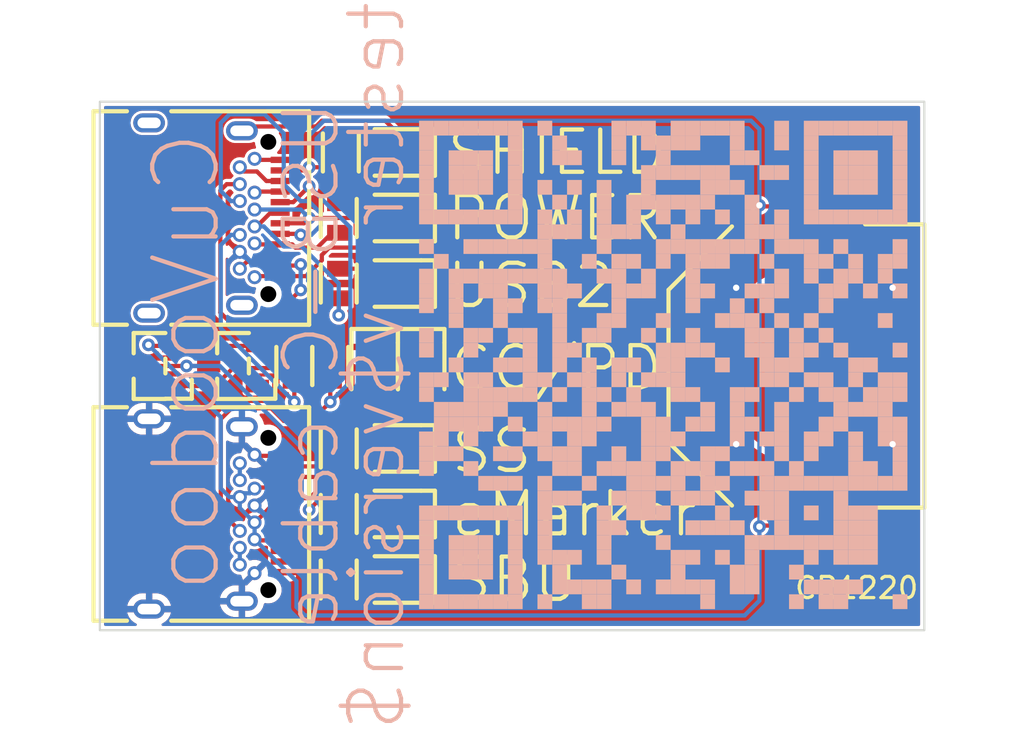
<source format=kicad_pcb>
(kicad_pcb (version 20211014) (generator pcbnew)

  (general
    (thickness 1.09)
  )

  (paper "A4")
  (title_block
    (title "USB-C cable tester")
    (date "$date$")
    (rev "$version$.$revision$")
    (company "CuVoodoo")
    (comment 1 "King Kévin")
    (comment 2 "CERN-OHL-S")
  )

  (layers
    (0 "F.Cu" signal)
    (31 "B.Cu" signal)
    (32 "B.Adhes" user "B.Adhesive")
    (33 "F.Adhes" user "F.Adhesive")
    (34 "B.Paste" user)
    (35 "F.Paste" user)
    (36 "B.SilkS" user "B.Silkscreen")
    (37 "F.SilkS" user "F.Silkscreen")
    (38 "B.Mask" user)
    (39 "F.Mask" user)
    (40 "Dwgs.User" user "User.Drawings")
    (41 "Cmts.User" user "User.Comments")
    (42 "Eco1.User" user "User.Eco1")
    (43 "Eco2.User" user "User.Eco2")
    (44 "Edge.Cuts" user)
    (45 "Margin" user)
    (46 "B.CrtYd" user "B.Courtyard")
    (47 "F.CrtYd" user "F.Courtyard")
    (48 "B.Fab" user)
    (49 "F.Fab" user)
    (50 "User.1" user)
    (51 "User.2" user)
    (52 "User.3" user)
    (53 "User.4" user)
    (54 "User.5" user)
    (55 "User.6" user)
    (56 "User.7" user)
    (57 "User.8" user)
    (58 "User.9" user)
  )

  (setup
    (stackup
      (layer "F.SilkS" (type "Top Silk Screen"))
      (layer "F.Paste" (type "Top Solder Paste"))
      (layer "F.Mask" (type "Top Solder Mask") (thickness 0.01))
      (layer "F.Cu" (type "copper") (thickness 0.035))
      (layer "dielectric 1" (type "core") (thickness 1) (material "FR4") (epsilon_r 4.5) (loss_tangent 0.02))
      (layer "B.Cu" (type "copper") (thickness 0.035))
      (layer "B.Mask" (type "Bottom Solder Mask") (thickness 0.01))
      (layer "B.Paste" (type "Bottom Solder Paste"))
      (layer "B.SilkS" (type "Bottom Silk Screen"))
      (copper_finish "HAL lead-free")
      (dielectric_constraints no)
    )
    (pad_to_mask_clearance 0)
    (aux_axis_origin 65.6 121.6)
    (grid_origin 70.4 127.1)
    (pcbplotparams
      (layerselection 0x00010fc_ffffffff)
      (disableapertmacros false)
      (usegerberextensions false)
      (usegerberattributes true)
      (usegerberadvancedattributes true)
      (creategerberjobfile true)
      (svguseinch false)
      (svgprecision 6)
      (excludeedgelayer true)
      (plotframeref false)
      (viasonmask false)
      (mode 1)
      (useauxorigin false)
      (hpglpennumber 1)
      (hpglpenspeed 20)
      (hpglpendiameter 15.000000)
      (dxfpolygonmode true)
      (dxfimperialunits true)
      (dxfusepcbnewfont true)
      (psnegative false)
      (psa4output false)
      (plotreference true)
      (plotvalue true)
      (plotinvisibletext false)
      (sketchpadsonfab false)
      (subtractmaskfromsilk false)
      (outputformat 1)
      (mirror false)
      (drillshape 0)
      (scaleselection 1)
      (outputdirectory "fabrication/")
    )
  )

  (net 0 "")
  (net 1 "VCC")
  (net 2 "GND")
  (net 3 "Net-(D2-Pad2)")
  (net 4 "/Dn")
  (net 5 "Net-(D4-Pad2)")
  (net 6 "Net-(D5-Pad1)")
  (net 7 "Net-(D6-Pad2)")
  (net 8 "Net-(D7-Pad2)")
  (net 9 "Net-(J1-PadA1)")
  (net 10 "/SS1")
  (net 11 "Net-(J1-PadA4)")
  (net 12 "/CC1")
  (net 13 "/Dp")
  (net 14 "/SBU")
  (net 15 "/VBUS")
  (net 16 "/SS2")
  (net 17 "/SS1-2")
  (net 18 "/CC2")
  (net 19 "unconnected-(J1-PadS2)")
  (net 20 "unconnected-(J1-PadS3)")
  (net 21 "unconnected-(J1-PadS4)")
  (net 22 "Net-(J2-PadA10)")
  (net 23 "Net-(J2-PadB2)")
  (net 24 "Net-(J2-PadB10)")
  (net 25 "/eMark")
  (net 26 "Net-(D1-Pad1)")
  (net 27 "Net-(D1-Pad2)")
  (net 28 "Net-(D3-Pad2)")
  (net 29 "Net-(D5-Pad2)")
  (net 30 "Net-(D8-Pad2)")
  (net 31 "Net-(J2-PadA2)")
  (net 32 "Net-(J2-PadA8)")
  (net 33 "Net-(J1-PadS1)")

  (footprint "mylib:UC1608X55N" (layer "F.Cu") (at 76.9 127.1))

  (footprint "mylib:LEDC2012X80N" (layer "F.Cu") (at 78.6 134.1))

  (footprint "mylib:CONNECTOR_XKB_U262-24XN-4BV60" (layer "F.Cu") (at 70.4 127.1 -90))

  (footprint "mylib:LEDC2012X80N" (layer "F.Cu") (at 80.8 134.1))

  (footprint "mylib:SOT95P237X112-3N" (layer "F.Cu") (at 71.9 134.1 180))

  (footprint "kikit:Tab" (layer "F.Cu") (at 104.85 134.1 180))

  (footprint "mylib:LEDC2012X80N" (layer "F.Cu") (at 79.7 127.1 -90))

  (footprint "mylib:LEDC2012X80N" (layer "F.Cu") (at 79.7 130.2 -90))

  (footprint "mylib:LEDC2012X80N" (layer "F.Cu") (at 79.7 124 -90))

  (footprint "kikit:Tab" (layer "F.Cu") (at 65.35 127.1))

  (footprint "mylib:LEDC2012X80N" (layer "F.Cu") (at 79.7 144.2 -90))

  (footprint "mylib:CONNECTOR_MY-1220-03" (layer "F.Cu") (at 98.5 134.1 -90))

  (footprint "mylib:UC1608X55N" (layer "F.Cu") (at 76.9 130.2 180))

  (footprint "mylib:UC1608X55N" (layer "F.Cu") (at 76.9 141.1))

  (footprint "mylib:SOT95P237X112-3N" (layer "F.Cu") (at 67.95 134.1 180))

  (footprint "mylib:UC1608X55N" (layer "F.Cu") (at 76.5 134.1))

  (footprint "mylib:UC1608X55N" (layer "F.Cu") (at 77 124))

  (footprint "mylib:CONNECTOR_XKB_U262-24XN-4BV60" (layer "F.Cu") (at 70.4 141.1 -90))

  (footprint "mylib:LEDC2012X80N" (layer "F.Cu") (at 79.7 141.1 -90))

  (footprint "mylib:UC1608X55N" (layer "F.Cu") (at 76.9 138))

  (footprint "kikit:Tab" (layer "F.Cu") (at 65.35 141.1))

  (footprint "mylib:UC1608X55N" (layer "F.Cu") (at 76.9 144.2 180))

  (footprint "mylib:LEDC2012X80N" (layer "F.Cu") (at 79.7 138 -90))

  (footprint "mylib:UC1608X55N" (layer "F.Cu") (at 74.8 134.1 180))

  (footprint "mylib:QR" (layer "B.Cu") (at 92.25 134.05 -90))

  (gr_rect (start 65.6 121.6) (end 104.6 146.6) (layer "Edge.Cuts") (width 0.1) (fill none) (tstamp d49bc88e-ee09-43df-b23b-d7aad3f6b773))
  (gr_text "CuVoodoo" (at 69.7 133.9 90) (layer "B.SilkS") (tstamp 5c94dfd4-1fb7-49f5-98ea-4f333790c493)
    (effects (font (size 3 3) (thickness 0.2)) (justify mirror))
  )
  (gr_text "USB-C cable" (at 75.6 134.1 90) (layer "B.SilkS") (tstamp a5d6f3fb-d8a8-475a-b284-836a2dfee2b2)
    (effects (font (size 2.5 2.5) (thickness 0.2)) (justify mirror))
  )
  (gr_text "tester  v$version$" (at 78.7 134.1 90) (layer "B.SilkS") (tstamp ed18d69f-b1e8-4d59-8aec-ac19ba2cfb94)
    (effects (font (size 2.5 2.5) (thickness 0.2)) (justify mirror))
  )
  (gr_text "SS" (at 82.1 138.1) (layer "F.SilkS") (tstamp 1d7590b6-b88a-4708-9c4f-13917a84c9b2)
    (effects (font (size 2 2) (thickness 0.2)) (justify left))
  )
  (gr_text "SBU" (at 82.1 144.2) (layer "F.SilkS") (tstamp 217c58e4-17e5-40f4-bfed-92b5d3ed7c6a)
    (effects (font (size 2 2) (thickness 0.2)) (justify left))
  )
  (gr_text "CR1220" (at 101.4 144.6) (layer "F.SilkS") (tstamp 4274a590-33de-4e4a-8dc2-0814ea614721)
    (effects (font (size 1 1) (thickness 0.153)))
  )
  (gr_text "CC/PD" (at 82 134.2) (layer "F.SilkS") (tstamp 6aef261e-271e-4833-b863-20c8784f5a4a)
    (effects (font (size 2 2) (thickness 0.2)) (justify left))
  )
  (gr_text "eMarker" (at 82.1 141.1) (layer "F.SilkS") (tstamp 9d443c4a-8a02-4ae1-809a-5f12b4afa778)
    (effects (font (size 2 2) (thickness 0.2)) (justify left))
  )
  (gr_text "POWER" (at 81.9 127.1) (layer "F.SilkS") (tstamp c2f1674d-db01-4489-bbca-537cc8f4d463)
    (effects (font (size 2 2) (thickness 0.2)) (justify left))
  )
  (gr_text "SHIELD" (at 81.9 124) (layer "F.SilkS") (tstamp cf4356eb-763e-4364-a9dd-d93c80530f21)
    (effects (font (size 2 2) (thickness 0.2)) (justify left))
  )
  (gr_text "USB2" (at 81.9 130.3) (layer "F.SilkS") (tstamp ffaf3c4f-331d-4d0c-b6ef-93c07678f04f)
    (effects (font (size 2 2) (thickness 0.2)) (justify left))
  )

  (segment (start 69.1 133.15) (end 67.95 133.15) (width 0.2) (layer "F.Cu") (net 1) (tstamp 102ad603-c624-4661-ba09-67f134114803))
  (segment (start 72.939553 141.5) (end 72.92 141.5) (width 0.2) (layer "F.Cu") (net 1) (tstamp 155d1736-8333-4b61-9e89-f2ea02d6d566))
  (segment (start 74.8 133.4) (end 73.3 133.4) (width 0.2) (layer "F.Cu") (net 1) (tstamp 16dcb124-f08d-41f9-8687-dc8df3f19f49))
  (segment (start 76.5 133.4) (end 74.8 133.4) (width 0.2) (layer "F.Cu") (net 1) (tstamp 225790ae-f5aa-4bc0-a996-c85d014814fc))
  (segment (start 74.13 142.35) (end 72.97 142.35) (width 0.2) (layer "F.Cu") (net 1) (tstamp 26b37c2a-b13e-46eb-b968-8937874288de))
  (segment (start 74.13 140.85) (end 73.589553 140.85) (width 0.2) (layer "F.Cu") (net 1) (tstamp 3349c836-97f9-4195-8caa-8fdc612867e0))
  (segment (start 73.3 133.4) (end 73.05 133.15) (width 0.2) (layer "F.Cu") (net 1) (tstamp 39ff9fdd-9611-4e63-9062-8fa4edd34476))
  (segment (start 69.1 133.15) (end 73.05 133.15) (width 0.2) (layer "F.Cu") (net 1) (tstamp 47647324-4dd3-4822-9d3d-741c13ecdf9a))
  (segment (start 72.97 142.35) (end 72.92 142.3) (width 0.2) (layer "F.Cu") (net 1) (tstamp 47af113a-b99f-4553-b2a5-d013b9379ca1))
  (segment (start 75.35 124.85) (end 74.13 124.85) (width 0.2) (layer "F.Cu") (net 1) (tstamp 4f747791-59fd-4851-9353-622af829e32b))
  (segment (start 67.95 133.15) (end 67.9 133.1) (width 0.2) (layer "F.Cu") (net 1) (tstamp 6206010a-058d-4506-a35a-31aa0f49ad81))
  (segment (start 75.5 124.7) (end 75.35 124.85) (width 0.2) (layer "F.Cu") (net 1) (tstamp 7ef8bc9b-6675-4628-b6f2-88605859450d))
  (segment (start 72.97 139.85) (end 72.92 139.9) (width 0.2) (layer "F.Cu") (net 1) (tstamp 8d6cf615-a900-43f9-874a-01ab520b46b6))
  (segment (start 74.13 139.85) (end 72.97 139.85) (width 0.2) (layer "F.Cu") (net 1) (tstamp 9c581310-6098-456d-a415-3bf0e8365ad9))
  (segment (start 73.589553 140.85) (end 72.939553 141.5) (width 0.2) (layer "F.Cu") (net 1) (tstamp b2d3b112-2009-443f-b52b-5090435fe1b7))
  (segment (start 96.8 126.5) (end 96.85 126.55) (width 0.2) (layer "F.Cu") (net 1) (tstamp b4195ade-e5a0-4cc7-9257-960881340a95))
  (segment (start 99.4 141.65) (end 96.85 141.65) (width 0.2) (layer "F.Cu") (net 1) (tstamp c57c9be3-a51c-45fb-a0d8-878e357e27db))
  (segment (start 75.5 124.7) (end 77 124.7) (width 0.2) (layer "F.Cu") (net 1) (tstamp d169acfb-c7f2-4f14-aad8-c2f7d6532c05))
  (segment (start 96.85 126.55) (end 99.4 126.55) (width 0.2) (layer "F.Cu") (net 1) (tstamp e2ce3c77-34ba-47c9-9d82-f3f750b00ad0))
  (segment (start 96.85 141.65) (end 96.8 141.7) (width 0.2) (layer "F.Cu") (net 1) (tstamp ee08dc40-b2fd-4748-9619-f544814d0355))
  (via (at 96.8 141.7) (size 0.6) (drill 0.3) (layers "F.Cu" "B.Cu") (free) (net 1) (tstamp 00147a47-1074-42ea-8fc5-d424c34709f5))
  (via (at 96.8 126.5) (size 0.6) (drill 0.3) (layers "F.Cu" "B.Cu") (free) (net 1) (tstamp 4492ee38-9a24-4045-960b-4df670108022))
  (via (at 75.5 124.7) (size 0.6) (drill 0.3) (layers "F.Cu" "B.Cu") (net 1) (tstamp 49448e85-bd46-4dc9-b675-76cc89450ceb))
  (via (at 67.9 133.1) (size 0.6) (drill 0.3) (layers "F.Cu" "B.Cu") (free) (net 1) (tstamp 7179aa15-e6b0-4262-be41-b5a0b99b6611))
  (segment (start 72.22 140.3) (end 72.22 140.819553) (width 0.2) (layer "B.Cu") (net 1) (tstamp 016b88dd-e882-4d11-8293-a1e1523c1f3a))
  (segment (start 96.1 145.9) (end 96.8 145.2) (width 0.2) (layer "B.Cu") (net 1) (tstamp 19150f08-f901-4e7f-bf41-a256f1313980))
  (segment (start 96.8 145.2) (end 96.8 141.7) (width 0.2) (layer "B.Cu") (net 1) (tstamp 192d565e-91f9-482a-9010-35ef14d6b1ee))
  (segment (start 72.399511 140.120489) (end 72.699511 140.120489) (width 0.2) (layer "B.Cu") (net 1) (tstamp 19b0f5c7-0dbb-4300-bce8-23785541aff2))
  (segment (start 75.3 145.9) (end 96.1 145.9) (width 0.2) (layer "B.Cu") (net 1) (tstamp 2334660e-4c17-4ce6-a232-81928479daea))
  (segment (start 74.9 145.5) (end 75.3 145.9) (width 0.2) (layer "B.Cu") (net 1) (tstamp 298883b3-83bd-4615-9bbf-95c768404c19))
  (segment (start 76.2 122.5) (end 96.4 122.5) (width 0.2) (layer "B.Cu") (net 1) (tstamp 45a4d405-8404-4cbe-a20d-86e77f0f7fc6))
  (segment (start 96.8 122.9) (end 96.8 126.5) (width 0.2) (layer "B.Cu") (net 1) (tstamp 46f2ae81-7c4d-4c64-8b22-4f4e01a6428f))
  (segment (start 72.900447 141.5) (end 72.92 141.5) (width 0.2) (layer "B.Cu") (net 1) (tstamp 4e4609ab-5eb2-4b27-b0e1-1e047bfb300c))
  (segment (start 71.32048 139.891318) (end 71.729162 140.3) (width 0.2) (layer "B.Cu") (net 1) (tstamp 62eab331-91bf-425b-a625-893d2cc61ea8))
  (segment (start 72.92 141.5) (end 72.92 142.3) (width 0.2) (layer "B.Cu") (net 1) (tstamp 6a2e4d60-cab4-44d0-9386-6f79197a1416))
  (segment (start 72.699511 140.120489) (end 72.92 139.9) (width 0.2) (layer "B.Cu") (net 1) (tstamp 73be2430-1fe6-4ba7-8c23-5fad2483a9d1))
  (segment (start 72.22 140.819553) (end 72.900447 141.5) (width 0.2) (layer "B.Cu") (net 1) (tstamp 77e01afd-c5ca-47f1-8eb8-9a90d142f46e))
  (segment (start 75.5 124.7) (end 75.5 123.2) (width 0.2) (layer "B.Cu") (net 1) (tstamp a11c84b4-7509-483f-aaf2-41f20328ee4a))
  (segment (start 72.22 140.3) (end 72.399511 140.120489) (width 0.2) (layer "B.Cu") (net 1) (tstamp a93625ab-2646-48cf-9894-594c32f7a3ad))
  (segment (start 72.92 142.3) (end 74.9 144.28) (width 0.2) (layer "B.Cu") (net 1) (tstamp af8980ef-1b2e-49f8-97e8-4e3f27eb2858))
  (segment (start 74.9 144.28) (end 74.9 145.5) (width 0.2) (layer "B.Cu") (net 1) (tstamp b0393daa-ad9a-4156-bdc7-ca35c4d6d2b0))
  (segment (start 75.5 123.2) (end 76.2 122.5) (width 0.2) (layer "B.Cu") (net 1) (tstamp c496f902-e599-492b-a20c-17c7f822d11b))
  (segment (start 71.32048 136.52048) (end 71.32048 139.891318) (width 0.2) (layer "B.Cu") (net 1) (tstamp c9b315b6-a617-4cb5-9764-f247b0ab2606))
  (segment (start 67.9 133.1) (end 71.32048 136.52048) (width 0.2) (layer "B.Cu") (net 1) (tstamp d48ac1a1-962d-4583-8d6d-5accdaa498c6))
  (segment (start 71.729162 140.3) (end 72.22 140.3) (width 0.2) (layer "B.Cu") (net 1) (tstamp dcd9acb5-baad-4f14-a598-ce72302f44c7))
  (segment (start 96.8 141.7) (end 96.8 126.5) (width 0.2) (layer "B.Cu") (net 1) (tstamp dffe8534-7b40-4237-b29f-223173eb2517))
  (segment (start 96.4 122.5) (end 96.8 122.9) (width 0.2) (layer "B.Cu") (net 1) (tstamp e93a9e8f-900a-4225-9488-153b548ef334))
  (segment (start 74.13 138.35) (end 73.045 138.35) (width 0.2) (layer "F.Cu") (net 2) (tstamp cef74c3f-4e7a-4019-82ae-8cdf404437bb))
  (via (at 95.7 130.4) (size 0.6) (drill 0.3) (layers "F.Cu" "B.Cu") (free) (net 2) (tstamp 10f59b07-05ef-4ad3-bf61-3344069fba0d))
  (via (at 103.1 137.8) (size 0.6) (drill 0.3) (layers "F.Cu" "B.Cu") (free) (net 2) (tstamp 3b06771d-ba3d-4dbe-9082-75a1201976b6))
  (via (at 95.7 137.8) (size 0.6) (drill 0.3) (layers "F.Cu" "B.Cu") (free) (net 2) (tstamp d74a652f-fddf-4de8-84ed-deed3d5704d2))
  (via (at 103.1 130.4) (size 0.6) (drill 0.3) (layers "F.Cu" "B.Cu") (free) (net 2) (tstamp da9a4d7e-fdfb-4956-9d85-b1a651fb3e08))
  (segment (start 77 123.3) (end 78.1 123.3) (width 0.2) (layer "F.Cu") (net 3) (tstamp 446d66d3-90ea-43b5-886c-52e90226e465))
  (segment (start 78.1 123.3) (end 78.8 124) (width 0.2) (layer "F.Cu") (net 3) (tstamp 66d70feb-a866-4fdd-b34e-0f1ad9a00d0d))
  (segment (start 77.699511 127.848533) (end 78.000489 128.149511) (width 0.2) (layer "F.Cu") (net 4) (tstamp 15255a0e-9834-4d1c-802d-2fcd2b7e05b1))
  (segment (start 81.4 126.050978) (end 81.4 129.4) (width 0.2) (layer "F.Cu") (net 4) (tstamp 3e245a3f-934e-4a2c-8d8d-5727448a494a))
  (segment (start 77.699511 127.175489) (end 77.699511 127.848533) (width 0.2) (layer "F.Cu") (net 4) (tstamp 3f89d0df-883c-4d82-8896-3cca851dc098))
  (segment (start 79.800489 126.050489) (end 81.399511 126.050489) (width 0.2) (layer "F.Cu") (net 4) (tstamp 63ea5709-4fad-4c9f-be8c-2f3e7c35ce83))
  (segment (start 79.599511 126.251467) (end 79.800489 126.050489) (width 0.2) (layer "F.Cu") (net 4) (tstamp 7ce80997-2599-4af2-a2d1-59e6e45cfd2a))
  (segment (start 77.624022 127.1) (end 77.699511 127.175489) (width 0.2) (layer "F.Cu") (net 4) (tstamp 81ce8fac-d30c-4ce4-b168-eab5dc97ec87))
  (segment (start 81.4 129.4) (end 80.6 130.2) (width 0.2) (layer "F.Cu") (net 4) (tstamp 8eea5acf-adad-4975-b71c-716b1a73d07d))
  (segment (start 75.5 127.1) (end 77.624022 127.1) (width 0.2) (layer "F.Cu") (net 4) (tstamp 94dd912a-bfe7-4887-8562-b836e6c3af2a))
  (segment (start 81.399511 126.050489) (end 81.4 126.050978) (width 0.2) (layer "F.Cu") (net 4) (tstamp 9c05b47c-2f20-4a24-9d53-cb61aab957a6))
  (segment (start 79.599511 128.149511) (end 79.599511 126.251467) (width 0.2) (layer "F.Cu") (net 4) (tstamp aa18319f-1805-4ba3-921f-0712f3a48c00))
  (segment (start 75.25 127.35) (end 74.13 127.35) (width 0.2) (layer "F.Cu") (net 4) (tstamp b8f6a0cd-9c12-4dfc-a92b-dfd8f17adb4e))
  (segment (start 75.5 127.1) (end 75.25 127.35) (width 0.2) (layer "F.Cu") (net 4) (tstamp cdffe6fa-b60b-4919-aabd-fbfcb768dc1e))
  (segment (start 78.000489 128.149511) (end 79.599511 128.149511) (width 0.2) (layer "F.Cu") (net 4) (tstamp d76bb796-2701-4574-b6df-575bf79d081c))
  (via (at 75.5 127.1) (size 0.6) (drill 0.3) (layers "F.Cu" "B.Cu") (free) (net 4) (tstamp 2a16354f-5e4b-40ce-9b86-3b1b4c16b3fc))
  (segment (start 75.5 127.1) (end 75.1 126.7) (width 0.2) (layer "B.Cu") (net 4) (tstamp 7ca6f570-ffe8-4b83-9963-0c3aa25ab564))
  (segment (start 75.1 126.7) (end 72.92 126.7) (width 0.2) (layer "B.Cu") (net 4) (tstamp b1b019fd-6593-41b0-84aa-aea2f7114ac5))
  (segment (start 76.9 144.9) (end 78.1 144.9) (width 0.2) (layer "F.Cu") (net 5) (tstamp 1adf3094-afe7-4e85-bb27-f5c70c298ef2))
  (segment (start 78.1 144.9) (end 78.8 144.2) (width 0.2) (layer "F.Cu") (net 5) (tstamp c031c276-e3e7-4876-98cb-c87e7ff805c3))
  (segment (start 79.25 139.35) (end 80.6 138) (width 0.2) (layer "F.Cu") (net 6) (tstamp 071b0c51-84d6-4fae-a284-44c180fdde7d))
  (segment (start 74.13 139.35) (end 79.25 139.35) (width 0.2) (layer "F.Cu") (net 6) (tstamp 4aaf3ddc-c7a9-4137-b580-18f090a1ef9f))
  (segment (start 76.176458 139.69952) (end 75.525978 140.35) (width 0.2) (layer "F.Cu") (net 7) (tstamp 2d27a31d-0c67-44c5-928f-11678ace6242))
  (segment (start 81.20048 139.69952) (end 76.176458 139.69952) (width 0.2) (layer "F.Cu") (net 7) (tstamp 2f88dcbb-10ca-4b05-b3aa-e579f7113122))
  (segment (start 81.399511 136.950489) (end 81.399511 139.500489) (width 0.2) (layer "F.Cu") (net 7) (tstamp 3a468220-ebe6-4960-b369-1b504e8d69ec))
  (segment (start 75.525978 140.35) (end 74.13 140.35) (width 0.2) (layer "F.Cu") (net 7) (tstamp 779e58a8-8c36-48ec-a8b8-87394eea1b20))
  (segment (start 80.8 135) (end 80.8 136.350978) (width 0.2) (layer "F.Cu") (net 7) (tstamp c2df16b3-5776-4fe8-9ccf-9e1d2451a506))
  (segment (start 81.399511 139.500489) (end 81.20048 139.69952) (width 0.2) (layer "F.Cu") (net 7) (tstamp cf71de0b-a39c-49ed-baeb-5c7c2e698621))
  (segment (start 80.8 136.350978) (end 81.399511 136.950489) (width 0.2) (layer "F.Cu") (net 7) (tstamp e1ceabc3-a576-4073-9c5b-c2138b7fc19d))
  (segment (start 77.2 136.4) (end 76.449511 136.4) (width 0.2) (layer "F.Cu") (net 8) (tstamp 16800800-0617-4d74-8a4b-ccd00eb237a3))
  (segment (start 71.32048 136.60525) (end 71.82573 136.1) (width 0.2) (layer "F.Cu") (net 8) (tstamp 1846c296-ce4b-4fce-a104-3faf46d72e7c))
  (segment (start 76.15048 136.699031) (end 76.449511 136.4) (width 0.2) (layer "F.Cu") (net 8) (tstamp 490ec8a3-52a1-4186-af1b-c9ba9ecdb3a3))
  (segment (start 71.82573 136.1) (end 73.705704 136.1) (width 0.2) (layer "F.Cu") (net 8) (tstamp 89b4ed69-5f3c-48f1-99df-e41ab587c984))
  (segment (start 73.705704 136.1) (end 74.304736 136.699031) (width 0.2) (layer "F.Cu") (net 8) (tstamp 99b8d732-41a7-4770-89f8-81a313000c9a))
  (segment (start 72.22 141.9) (end 71.32048 141.00048) (width 0.2) (layer "F.Cu") (net 8) (tstamp b64e243f-a957-4a13-8532-03919447f716))
  (segment (start 78.6 135) (end 77.2 136.4) (width 0.2) (layer "F.Cu") (net 8) (tstamp d30fb307-1fa0-4f14-9dfb-d22767cf5f1e))
  (segment (start 71.32048 141.00048) (end 71.32048 136.60525) (width 0.2) (layer "F.Cu") (net 8) (tstamp e0419221-b29d-4428-84c4-b57ac72e6997))
  (segment (start 74.304736 136.699031) (end 76.15048 136.699031) (width 0.2) (layer "F.Cu") (net 8) (tstamp fabddf73-167a-4e5e-a223-9859ea027ce8))
  (segment (start 72.97 124.35) (end 72.92 124.3) (width 0.2) (layer "F.Cu") (net 9) (tstamp 0c83b657-d1f4-4a55-bbc0-125875b78228))
  (segment (start 74.13 124.35) (end 72.97 124.35) (width 0.2) (layer "F.Cu") (net 9) (tstamp e877763d-bd1e-4fb0-b07c-085671b2f360))
  (segment (start 72.42 124.9) (end 72.22 124.7) (width 0.2) (layer "F.Cu") (net 10) (tstamp 2d068ae6-3613-4df8-936d-75c825fbe0c5))
  (segment (start 73.48 125.35) (end 73.03 124.9) (width 0.2) (layer "F.Cu") (net 10) (tstamp 933c7fc2-ff19-49ae-a1b8-5380ac464d59))
  (segment (start 74.13 125.35) (end 73.48 125.35) (width 0.2) (layer "F.Cu") (net 10) (tstamp a2b99ab5-497a-4c53-b5c7-a541863af4aa))
  (segment (start 73.03 124.9) (end 72.42 124.9) (width 0.2) (layer "F.Cu") (net 10) (tstamp ec8d36f8-8aad-4358-8252-0b5d44fb69f7))
  (segment (start 72.97 125.85) (end 72.92 125.9) (width 0.2) (layer "F.Cu") (net 11) (tstamp ac38c42a-5e60-4878-ae51-9dcd7cb08b09))
  (segment (start 74.13 125.85) (end 72.97 125.85) (width 0.2) (layer "F.Cu") (net 11) (tstamp b479ad8c-0ff6-482b-85dc-ac619cc7b416))
  (segment (start 74.750011 126.35) (end 74.13 126.35) (width 0.2) (layer "F.Cu") (net 12) (tstamp 36d7c5cd-8112-433b-bb39-5ca9b4403b8b))
  (segment (start 76.5 135.8) (end 76.5 134.8) (width 0.2) (layer "F.Cu") (net 12) (tstamp 3781546a-5055-4dae-885a-c1c63dd6ce45))
  (segment (start 74.449511 136.349511) (end 75.950489 136.349511) (width 0.2) (layer "F.Cu") (net 12) (tstamp 8c1d02a8-6249-4c1e-97a1-7b88179957d2))
  (segment (start 73.05 134.95) (end 74.449511 136.349511) (width 0.2) (layer "F.Cu") (net 12) (tstamp ab4f17d1-eec9-4471-9b28-98dbc93eea60))
  (segment (start 75.500011 125.6) (end 74.750011 126.35) (width 0.2) (layer "F.Cu") (net 12) (tstamp c60054f2-e230-4025-b55e-4da101567c99))
  (segment (start 75.950489 136.349511) (end 76.5 135.8) (width 0.2) (layer "F.Cu") (net 12) (tstamp f294a888-d61a-456e-bcf6-5ecd923ce1ad))
  (via (at 76.5 135.8) (size 0.6) (drill 0.3) (layers "F.Cu" "B.Cu") (net 12) (tstamp 8b87ad10-ebf1-42b8-8c85-55988f4d4743))
  (via (at 75.500011 125.6) (size 0.6) (drill 0.3) (layers "F.Cu" "B.Cu") (free) (net 12) (tstamp b37171d0-1ab7-43ff-a171-6ebb72f2bbed))
  (segment (start 77.449511 127.5495) (end 77.449511 134.850489) (width 0.2) (layer "B.Cu") (net 12) (tstamp 5e402370-4a71-4b92-b4ea-cdfdd6c496cf))
  (segment (start 75.500011 125.6) (end 77.449511 127.5495) (width 0.2) (layer "B.Cu") (net 12) (tstamp 8824079b-6ae0-4320-b94b-21c6be5a75a5))
  (segment (start 77.449511 134.850489) (end 76.5 135.8) (width 0.2) (layer "B.Cu") (net 12) (tstamp bf92def8-9cc9-4c33-9331-b851bb374af4))
  (segment (start 76.9 130.9) (end 76.9 131.7) (width 0.2) (layer "F.Cu") (net 13) (tstamp 360f2041-783c-466d-a1bb-14b9d314b135))
  (segment (start 72.92 127.5) (end 73.023489 127.5) (width 0.2) (layer "F.Cu") (net 13) (tstamp 7a689996-75bb-4194-9de4-05aa53d5ac11))
  (segment (start 73.673489 126.85) (end 74.13 126.85) (width 0.2) (layer "F.Cu") (net 13) (tstamp e1950ef1-12fd-4ab9-845b-d835973db16d))
  (segment (start 73.023489 127.5) (end 73.673489 126.85) (width 0.2) (layer "F.Cu") (net 13) (tstamp fcf6cac6-9d60-4f08-9730-981834c1cca1))
  (via (at 76.9 131.7) (size 0.6) (drill 0.3) (layers "F.Cu" "B.Cu") (free) (net 13) (tstamp b4c1383a-b932-4fa3-9097-d0607862435c))
  (segment (start 76.9 131.7) (end 76.9 130.2) (width 0.2) (layer "B.Cu") (net 13) (tstamp 1e8b7bd7-1eff-429b-890c-e71407cafb2d))
  (segment (start 75.149511 128.449511) (end 74.307485 128.449511) (width 0.2) (layer "B.Cu") (net 13) (tstamp 220b2472-8e03-4a32-a1bf-12afe8e4eb96))
  (segment (start 72.92 127.5) (end 73.357974 127.5) (width 0.2) (layer "B.Cu") (net 13) (tstamp 5c818361-cd0a-4fed-aca2-c80a8eeae042))
  (segment (start 73.357974 127.5) (end 74.307485 128.449511) (width 0.2) (layer "B.Cu") (net 13) (tstamp 8fc5cf45-c97f-4d19-8034-b566df216d1e))
  (segment (start 76.9 130.2) (end 75.149511 128.449511) (width 0.2) (layer "B.Cu") (net 13) (tstamp e71fa4bb-9b33-4d33-a624-b907f52ecade))
  (segment (start 74.13 127.85) (end 75.05 127.85) (width 0.2) (layer "F.Cu") (net 14) (tstamp 4ddc0a37-f35d-44d0-ad0e-9967b44c553e))
  (segment (start 75.05 127.85) (end 75.1 127.9) (width 0.2) (layer "F.Cu") (net 14) (tstamp ba656824-d375-43a1-877f-08269c264f2f))
  (via (at 75.1 127.9) (size 0.6) (drill 0.3) (layers "F.Cu" "B.Cu") (free) (net 14) (tstamp 9d334da6-4e25-44f5-98d0-fca134326835))
  (segment (start 76.049511 126.872384) (end 76.049511 127.450489) (width 0.2) (layer "B.Cu") (net 14) (tstamp 034786d7-fe3c-4eb4-a6f2-11f973b7b2ac))
  (segment (start 73.39548 122.19548) (end 74.298521 123.098521) (width 0.2) (layer "B.Cu") (net 14) (tstamp 0923ee2c-6b41-4046-8cd3-66e89a876e47))
  (segment (start 72.22 126.3) (end 71.800026 126.3) (width 0.2) (layer "B.Cu") (net 14) (tstamp 1f6d33d6-8ee0-47d9-94d2-56f0fbd4bfe0))
  (segment (start 71.32048 122.60525) (end 71.73025 122.19548) (width 0.2) (layer "B.Cu") (net 14) (tstamp 204d3896-c8fe-4e85-9fd4-84ff18105390))
  (segment (start 74.298521 123.098521) (end 74.298521 125.498521) (width 0.2) (layer "B.Cu") (net 14) (tstamp 4e25412d-7998-4c7c-bb69-f05802acef4e))
  (segment (start 76.049511 127.450489) (end 75.6 127.9) (width 0.2) (layer "B.Cu") (net 14) (tstamp 5163324a-42a2-429a-b361-ed75a83329b5))
  (segment (start 75.477127 126.3) (end 76.049511 126.872384) (width 0.2) (layer "B.Cu") (net 14) (tstamp 69d40793-a636-49af-b961-f608cd99e465))
  (segment (start 71.800026 126.3) (end 71.32048 125.820454) (width 0.2) (layer "B.Cu") (net 14) (tstamp b73ba154-0310-4ac4-8821-2caa95bd84c3))
  (segment (start 71.73025 122.19548) (end 73.39548 122.19548) (width 0.2) (layer "B.Cu") (net 14) (tstamp bc5a6db9-7615-4ec8-b70b-cbb2f4ba99b1))
  (segment (start 75.1 126.3) (end 75.477127 126.3) (width 0.2) (layer "B.Cu") (net 14) (tstamp bc63d9ae-ee8a-4add-a81e-ad9d0017d54c))
  (segment (start 74.298521 125.498521) (end 75.1 126.3) (width 0.2) (layer "B.Cu") (net 14) (tstamp bcd7ca0a-98f9-4386-abed-05755c92c8b9))
  (segment (start 71.32048 125.820454) (end 71.32048 122.60525) (width 0.2) (layer "B.Cu") (net 14) (tstamp d72104e8-bbc4-41a2-a49b-f4e440b9394e))
  (segment (start 75.6 127.9) (end 75.1 127.9) (width 0.2) (layer "B.Cu") (net 14) (tstamp db8facf9-e0c0-4dec-b465-7a6028d221f3))
  (segment (start 72.97 128.35) (end 72.92 128.3) (width 0.2) (layer "F.Cu") (net 15) (tstamp 11adb6cb-2709-4f7e-9599-6ead0c085dd2))
  (segment (start 74.702162 128.35) (end 74.852162 128.5) (width 0.2) (layer "F.Cu") (net 15) (tstamp 1f2e5ae4-0eb9-4a3a-90ff-f7a096cb3b3f))
  (segment (start 74.13 128.35) (end 72.97 128.35) (width 0.2) (layer "F.Cu") (net 15) (tstamp 402134b4-435b-4071-815a-22135c52ea8a))
  (segment (start 74.852162 128.5) (end 75.885483 128.5) (width 0.2) (layer "F.Cu") (net 15) (tstamp 41a63f31-a796-4f1c-ab32-b405aa504598))
  (segment (start 74.13 128.35) (end 74.702162 128.35) (width 0.2) (layer "F.Cu") (net 15) (tstamp 6ded28d2-61c7-48bf-ab73-0719fabc2f9a))
  (segment (start 76.585483 127.8) (end 76.9 127.8) (width 0.2) (layer "F.Cu") (net 15) (tstamp c1b32de6-6b7d-4602-8db7-03aa4f2a0398))
  (segment (start 75.885483 128.5) (end 76.585483 127.8) (width 0.2) (layer "F.Cu") (net 15) (tstamp e7a21bd1-05ab-40cc-9ede-a1f406b68d17))
  (segment (start 72.861082 129.17) (end 72.55 129.17) (width 0.2) (layer "F.Cu") (net 16) (tstamp 4ac6d2c4-52d8-4cfc-94ab-526b3edc7687))
  (segment (start 72.55 129.17) (end 72.22 129.5) (width 0.2) (layer "F.Cu") (net 16) (tstamp 6724c07c-82e2-4a35-9454-18db62749292))
  (segment (start 74.13 128.85) (end 73.181082 128.85) (width 0.2) (layer "F.Cu") (net 16) (tstamp 67f2ee23-79a0-4ea6-b899-a8ff87b6fc8e))
  (segment (start 73.181082 128.85) (end 72.861082 129.17) (width 0.2) (layer "F.Cu") (net 16) (tstamp 9822e038-
... [186442 chars truncated]
</source>
